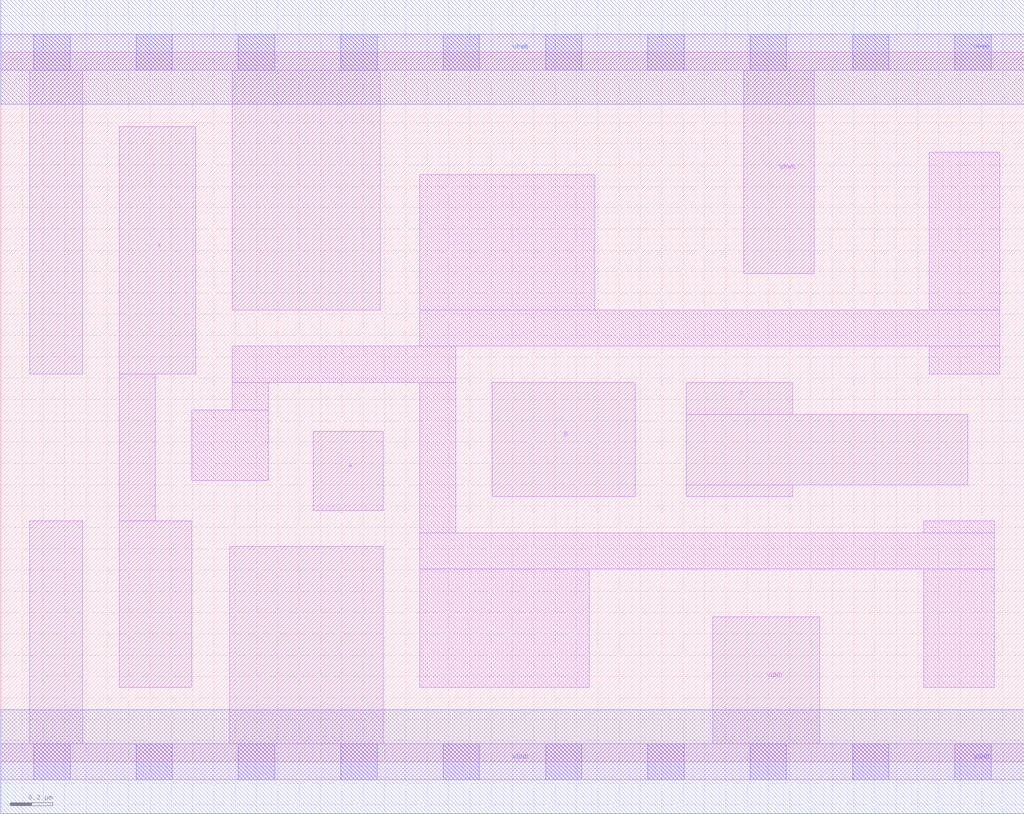
<source format=lef>
# Copyright 2020 The SkyWater PDK Authors
#
# Licensed under the Apache License, Version 2.0 (the "License");
# you may not use this file except in compliance with the License.
# You may obtain a copy of the License at
#
#     https://www.apache.org/licenses/LICENSE-2.0
#
# Unless required by applicable law or agreed to in writing, software
# distributed under the License is distributed on an "AS IS" BASIS,
# WITHOUT WARRANTIES OR CONDITIONS OF ANY KIND, either express or implied.
# See the License for the specific language governing permissions and
# limitations under the License.
#
# SPDX-License-Identifier: Apache-2.0

VERSION 5.7 ;
  NAMESCASESENSITIVE ON ;
  NOWIREEXTENSIONATPIN ON ;
  DIVIDERCHAR "/" ;
  BUSBITCHARS "[]" ;
UNITS
  DATABASE MICRONS 200 ;
END UNITS
MACRO sky130_fd_sc_hs__maj3_2
  CLASS CORE ;
  SOURCE USER ;
  FOREIGN sky130_fd_sc_hs__maj3_2 ;
  ORIGIN  0.000000  0.000000 ;
  SIZE  4.800000 BY  3.330000 ;
  SYMMETRY X Y ;
  SITE unit ;
  PIN A
    ANTENNAGATEAREA  0.522000 ;
    DIRECTION INPUT ;
    USE SIGNAL ;
    PORT
      LAYER li1 ;
        RECT 1.465000 1.180000 1.795000 1.550000 ;
    END
  END A
  PIN B
    ANTENNAGATEAREA  0.522000 ;
    DIRECTION INPUT ;
    USE SIGNAL ;
    PORT
      LAYER li1 ;
        RECT 2.305000 1.245000 2.975000 1.780000 ;
    END
  END B
  PIN C
    ANTENNAGATEAREA  0.522000 ;
    DIRECTION INPUT ;
    USE SIGNAL ;
    PORT
      LAYER li1 ;
        RECT 3.215000 1.245000 3.715000 1.300000 ;
        RECT 3.215000 1.300000 4.535000 1.630000 ;
        RECT 3.215000 1.630000 3.715000 1.780000 ;
    END
  END C
  PIN X
    ANTENNADIFFAREA  0.543200 ;
    DIRECTION OUTPUT ;
    USE SIGNAL ;
    PORT
      LAYER li1 ;
        RECT 0.555000 0.350000 0.895000 1.130000 ;
        RECT 0.555000 1.130000 0.725000 1.820000 ;
        RECT 0.555000 1.820000 0.915000 2.980000 ;
    END
  END X
  PIN VGND
    DIRECTION INOUT ;
    USE GROUND ;
    PORT
      LAYER li1 ;
        RECT 0.000000 -0.085000 4.800000 0.085000 ;
        RECT 0.135000  0.085000 0.385000 1.130000 ;
        RECT 1.075000  0.085000 1.795000 1.010000 ;
        RECT 3.340000  0.085000 3.840000 0.680000 ;
      LAYER mcon ;
        RECT 0.155000 -0.085000 0.325000 0.085000 ;
        RECT 0.635000 -0.085000 0.805000 0.085000 ;
        RECT 1.115000 -0.085000 1.285000 0.085000 ;
        RECT 1.595000 -0.085000 1.765000 0.085000 ;
        RECT 2.075000 -0.085000 2.245000 0.085000 ;
        RECT 2.555000 -0.085000 2.725000 0.085000 ;
        RECT 3.035000 -0.085000 3.205000 0.085000 ;
        RECT 3.515000 -0.085000 3.685000 0.085000 ;
        RECT 3.995000 -0.085000 4.165000 0.085000 ;
        RECT 4.475000 -0.085000 4.645000 0.085000 ;
      LAYER met1 ;
        RECT 0.000000 -0.245000 4.800000 0.245000 ;
    END
  END VGND
  PIN VPWR
    DIRECTION INOUT ;
    USE POWER ;
    PORT
      LAYER li1 ;
        RECT 0.000000 3.245000 4.800000 3.415000 ;
        RECT 0.135000 1.820000 0.385000 3.245000 ;
        RECT 1.085000 2.120000 1.780000 3.245000 ;
        RECT 3.485000 2.290000 3.815000 3.245000 ;
      LAYER mcon ;
        RECT 0.155000 3.245000 0.325000 3.415000 ;
        RECT 0.635000 3.245000 0.805000 3.415000 ;
        RECT 1.115000 3.245000 1.285000 3.415000 ;
        RECT 1.595000 3.245000 1.765000 3.415000 ;
        RECT 2.075000 3.245000 2.245000 3.415000 ;
        RECT 2.555000 3.245000 2.725000 3.415000 ;
        RECT 3.035000 3.245000 3.205000 3.415000 ;
        RECT 3.515000 3.245000 3.685000 3.415000 ;
        RECT 3.995000 3.245000 4.165000 3.415000 ;
        RECT 4.475000 3.245000 4.645000 3.415000 ;
      LAYER met1 ;
        RECT 0.000000 3.085000 4.800000 3.575000 ;
    END
  END VPWR
  OBS
    LAYER li1 ;
      RECT 0.895000 1.320000 1.255000 1.650000 ;
      RECT 1.085000 1.650000 1.255000 1.780000 ;
      RECT 1.085000 1.780000 2.135000 1.950000 ;
      RECT 1.965000 0.350000 2.760000 0.905000 ;
      RECT 1.965000 0.905000 4.660000 1.075000 ;
      RECT 1.965000 1.075000 2.135000 1.780000 ;
      RECT 1.965000 1.950000 4.685000 2.120000 ;
      RECT 1.965000 2.120000 2.785000 2.755000 ;
      RECT 4.330000 0.350000 4.660000 0.905000 ;
      RECT 4.330000 1.075000 4.660000 1.130000 ;
      RECT 4.355000 1.820000 4.685000 1.950000 ;
      RECT 4.355000 2.120000 4.685000 2.860000 ;
  END
END sky130_fd_sc_hs__maj3_2

</source>
